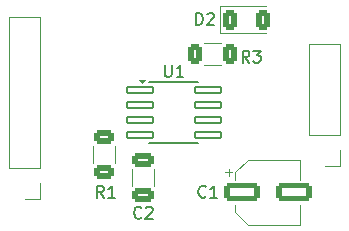
<source format=gto>
G04 #@! TF.GenerationSoftware,KiCad,Pcbnew,8.0.5*
G04 #@! TF.CreationDate,2024-10-21T19:45:19-04:00*
G04 #@! TF.ProjectId,DRV8871_PCB,44525638-3837-4315-9f50-43422e6b6963,rev?*
G04 #@! TF.SameCoordinates,Original*
G04 #@! TF.FileFunction,Legend,Top*
G04 #@! TF.FilePolarity,Positive*
%FSLAX46Y46*%
G04 Gerber Fmt 4.6, Leading zero omitted, Abs format (unit mm)*
G04 Created by KiCad (PCBNEW 8.0.5) date 2024-10-21 19:45:19*
%MOMM*%
%LPD*%
G01*
G04 APERTURE LIST*
G04 Aperture macros list*
%AMRoundRect*
0 Rectangle with rounded corners*
0 $1 Rounding radius*
0 $2 $3 $4 $5 $6 $7 $8 $9 X,Y pos of 4 corners*
0 Add a 4 corners polygon primitive as box body*
4,1,4,$2,$3,$4,$5,$6,$7,$8,$9,$2,$3,0*
0 Add four circle primitives for the rounded corners*
1,1,$1+$1,$2,$3*
1,1,$1+$1,$4,$5*
1,1,$1+$1,$6,$7*
1,1,$1+$1,$8,$9*
0 Add four rect primitives between the rounded corners*
20,1,$1+$1,$2,$3,$4,$5,0*
20,1,$1+$1,$4,$5,$6,$7,0*
20,1,$1+$1,$6,$7,$8,$9,0*
20,1,$1+$1,$8,$9,$2,$3,0*%
G04 Aperture macros list end*
%ADD10C,0.150000*%
%ADD11C,0.120000*%
%ADD12RoundRect,0.250000X0.650000X-0.325000X0.650000X0.325000X-0.650000X0.325000X-0.650000X-0.325000X0*%
%ADD13R,1.700000X1.700000*%
%ADD14O,1.700000X1.700000*%
%ADD15R,2.400000X3.100000*%
%ADD16RoundRect,0.070000X-1.100000X-0.250000X1.100000X-0.250000X1.100000X0.250000X-1.100000X0.250000X0*%
%ADD17C,0.770000*%
%ADD18RoundRect,0.250000X-0.375000X-0.625000X0.375000X-0.625000X0.375000X0.625000X-0.375000X0.625000X0*%
%ADD19RoundRect,0.250000X-1.250000X-0.550000X1.250000X-0.550000X1.250000X0.550000X-1.250000X0.550000X0*%
%ADD20RoundRect,0.250000X0.312500X0.625000X-0.312500X0.625000X-0.312500X-0.625000X0.312500X-0.625000X0*%
%ADD21RoundRect,0.250000X-0.625000X0.312500X-0.625000X-0.312500X0.625000X-0.312500X0.625000X0.312500X0*%
G04 APERTURE END LIST*
D10*
X11898333Y-19155580D02*
X11850714Y-19203200D01*
X11850714Y-19203200D02*
X11707857Y-19250819D01*
X11707857Y-19250819D02*
X11612619Y-19250819D01*
X11612619Y-19250819D02*
X11469762Y-19203200D01*
X11469762Y-19203200D02*
X11374524Y-19107961D01*
X11374524Y-19107961D02*
X11326905Y-19012723D01*
X11326905Y-19012723D02*
X11279286Y-18822247D01*
X11279286Y-18822247D02*
X11279286Y-18679390D01*
X11279286Y-18679390D02*
X11326905Y-18488914D01*
X11326905Y-18488914D02*
X11374524Y-18393676D01*
X11374524Y-18393676D02*
X11469762Y-18298438D01*
X11469762Y-18298438D02*
X11612619Y-18250819D01*
X11612619Y-18250819D02*
X11707857Y-18250819D01*
X11707857Y-18250819D02*
X11850714Y-18298438D01*
X11850714Y-18298438D02*
X11898333Y-18346057D01*
X12279286Y-18346057D02*
X12326905Y-18298438D01*
X12326905Y-18298438D02*
X12422143Y-18250819D01*
X12422143Y-18250819D02*
X12660238Y-18250819D01*
X12660238Y-18250819D02*
X12755476Y-18298438D01*
X12755476Y-18298438D02*
X12803095Y-18346057D01*
X12803095Y-18346057D02*
X12850714Y-18441295D01*
X12850714Y-18441295D02*
X12850714Y-18536533D01*
X12850714Y-18536533D02*
X12803095Y-18679390D01*
X12803095Y-18679390D02*
X12231667Y-19250819D01*
X12231667Y-19250819D02*
X12850714Y-19250819D01*
X13889095Y-6241819D02*
X13889095Y-7051342D01*
X13889095Y-7051342D02*
X13936714Y-7146580D01*
X13936714Y-7146580D02*
X13984333Y-7194200D01*
X13984333Y-7194200D02*
X14079571Y-7241819D01*
X14079571Y-7241819D02*
X14270047Y-7241819D01*
X14270047Y-7241819D02*
X14365285Y-7194200D01*
X14365285Y-7194200D02*
X14412904Y-7146580D01*
X14412904Y-7146580D02*
X14460523Y-7051342D01*
X14460523Y-7051342D02*
X14460523Y-6241819D01*
X15460523Y-7241819D02*
X14889095Y-7241819D01*
X15174809Y-7241819D02*
X15174809Y-6241819D01*
X15174809Y-6241819D02*
X15079571Y-6384676D01*
X15079571Y-6384676D02*
X14984333Y-6479914D01*
X14984333Y-6479914D02*
X14889095Y-6527533D01*
X16533905Y-2867819D02*
X16533905Y-1867819D01*
X16533905Y-1867819D02*
X16772000Y-1867819D01*
X16772000Y-1867819D02*
X16914857Y-1915438D01*
X16914857Y-1915438D02*
X17010095Y-2010676D01*
X17010095Y-2010676D02*
X17057714Y-2105914D01*
X17057714Y-2105914D02*
X17105333Y-2296390D01*
X17105333Y-2296390D02*
X17105333Y-2439247D01*
X17105333Y-2439247D02*
X17057714Y-2629723D01*
X17057714Y-2629723D02*
X17010095Y-2724961D01*
X17010095Y-2724961D02*
X16914857Y-2820200D01*
X16914857Y-2820200D02*
X16772000Y-2867819D01*
X16772000Y-2867819D02*
X16533905Y-2867819D01*
X17486286Y-1963057D02*
X17533905Y-1915438D01*
X17533905Y-1915438D02*
X17629143Y-1867819D01*
X17629143Y-1867819D02*
X17867238Y-1867819D01*
X17867238Y-1867819D02*
X17962476Y-1915438D01*
X17962476Y-1915438D02*
X18010095Y-1963057D01*
X18010095Y-1963057D02*
X18057714Y-2058295D01*
X18057714Y-2058295D02*
X18057714Y-2153533D01*
X18057714Y-2153533D02*
X18010095Y-2296390D01*
X18010095Y-2296390D02*
X17438667Y-2867819D01*
X17438667Y-2867819D02*
X18057714Y-2867819D01*
X17359333Y-17377580D02*
X17311714Y-17425200D01*
X17311714Y-17425200D02*
X17168857Y-17472819D01*
X17168857Y-17472819D02*
X17073619Y-17472819D01*
X17073619Y-17472819D02*
X16930762Y-17425200D01*
X16930762Y-17425200D02*
X16835524Y-17329961D01*
X16835524Y-17329961D02*
X16787905Y-17234723D01*
X16787905Y-17234723D02*
X16740286Y-17044247D01*
X16740286Y-17044247D02*
X16740286Y-16901390D01*
X16740286Y-16901390D02*
X16787905Y-16710914D01*
X16787905Y-16710914D02*
X16835524Y-16615676D01*
X16835524Y-16615676D02*
X16930762Y-16520438D01*
X16930762Y-16520438D02*
X17073619Y-16472819D01*
X17073619Y-16472819D02*
X17168857Y-16472819D01*
X17168857Y-16472819D02*
X17311714Y-16520438D01*
X17311714Y-16520438D02*
X17359333Y-16568057D01*
X18311714Y-17472819D02*
X17740286Y-17472819D01*
X18026000Y-17472819D02*
X18026000Y-16472819D01*
X18026000Y-16472819D02*
X17930762Y-16615676D01*
X17930762Y-16615676D02*
X17835524Y-16710914D01*
X17835524Y-16710914D02*
X17740286Y-16758533D01*
X21042333Y-6042819D02*
X20709000Y-5566628D01*
X20470905Y-6042819D02*
X20470905Y-5042819D01*
X20470905Y-5042819D02*
X20851857Y-5042819D01*
X20851857Y-5042819D02*
X20947095Y-5090438D01*
X20947095Y-5090438D02*
X20994714Y-5138057D01*
X20994714Y-5138057D02*
X21042333Y-5233295D01*
X21042333Y-5233295D02*
X21042333Y-5376152D01*
X21042333Y-5376152D02*
X20994714Y-5471390D01*
X20994714Y-5471390D02*
X20947095Y-5519009D01*
X20947095Y-5519009D02*
X20851857Y-5566628D01*
X20851857Y-5566628D02*
X20470905Y-5566628D01*
X21375667Y-5042819D02*
X21994714Y-5042819D01*
X21994714Y-5042819D02*
X21661381Y-5423771D01*
X21661381Y-5423771D02*
X21804238Y-5423771D01*
X21804238Y-5423771D02*
X21899476Y-5471390D01*
X21899476Y-5471390D02*
X21947095Y-5519009D01*
X21947095Y-5519009D02*
X21994714Y-5614247D01*
X21994714Y-5614247D02*
X21994714Y-5852342D01*
X21994714Y-5852342D02*
X21947095Y-5947580D01*
X21947095Y-5947580D02*
X21899476Y-5995200D01*
X21899476Y-5995200D02*
X21804238Y-6042819D01*
X21804238Y-6042819D02*
X21518524Y-6042819D01*
X21518524Y-6042819D02*
X21423286Y-5995200D01*
X21423286Y-5995200D02*
X21375667Y-5947580D01*
X8723333Y-17472819D02*
X8390000Y-16996628D01*
X8151905Y-17472819D02*
X8151905Y-16472819D01*
X8151905Y-16472819D02*
X8532857Y-16472819D01*
X8532857Y-16472819D02*
X8628095Y-16520438D01*
X8628095Y-16520438D02*
X8675714Y-16568057D01*
X8675714Y-16568057D02*
X8723333Y-16663295D01*
X8723333Y-16663295D02*
X8723333Y-16806152D01*
X8723333Y-16806152D02*
X8675714Y-16901390D01*
X8675714Y-16901390D02*
X8628095Y-16949009D01*
X8628095Y-16949009D02*
X8532857Y-16996628D01*
X8532857Y-16996628D02*
X8151905Y-16996628D01*
X9675714Y-17472819D02*
X9104286Y-17472819D01*
X9390000Y-17472819D02*
X9390000Y-16472819D01*
X9390000Y-16472819D02*
X9294762Y-16615676D01*
X9294762Y-16615676D02*
X9199524Y-16710914D01*
X9199524Y-16710914D02*
X9104286Y-16758533D01*
D11*
X11155000Y-16459252D02*
X11155000Y-15036748D01*
X12975000Y-16459252D02*
X12975000Y-15036748D01*
X26102000Y-12182000D02*
X26102000Y-4502000D01*
X28762000Y-4502000D02*
X26102000Y-4502000D01*
X28762000Y-12182000D02*
X26102000Y-12182000D01*
X28762000Y-12182000D02*
X28762000Y-4502000D01*
X28762000Y-13452000D02*
X28762000Y-14782000D01*
X28762000Y-14782000D02*
X27432000Y-14782000D01*
D10*
X12576000Y-7712000D02*
X16726000Y-7712000D01*
X12576000Y-12862000D02*
X16726000Y-12862000D01*
D11*
X11976000Y-7812000D02*
X11736000Y-7482000D01*
X12216000Y-7482000D01*
X11976000Y-7812000D01*
G36*
X11976000Y-7812000D02*
G01*
X11736000Y-7482000D01*
X12216000Y-7482000D01*
X11976000Y-7812000D01*
G37*
X702000Y-14986000D02*
X702000Y-2226000D01*
X3362000Y-2226000D02*
X702000Y-2226000D01*
X3362000Y-14986000D02*
X702000Y-14986000D01*
X3362000Y-14986000D02*
X3362000Y-2226000D01*
X3362000Y-16256000D02*
X3362000Y-17586000D01*
X3362000Y-17586000D02*
X2032000Y-17586000D01*
X18540000Y-1278000D02*
X18540000Y-3548000D01*
X18540000Y-3548000D02*
X22425000Y-3548000D01*
X22425000Y-1278000D02*
X18540000Y-1278000D01*
X18981000Y-15333000D02*
X19606000Y-15333000D01*
X19293500Y-15020500D02*
X19293500Y-15645500D01*
X19846000Y-15322437D02*
X19846000Y-15958000D01*
X19846000Y-15322437D02*
X20910437Y-14258000D01*
X19846000Y-18713563D02*
X19846000Y-18078000D01*
X19846000Y-18713563D02*
X20910437Y-19778000D01*
X20910437Y-14258000D02*
X25366000Y-14258000D01*
X20910437Y-19778000D02*
X25366000Y-19778000D01*
X25366000Y-14258000D02*
X25366000Y-15958000D01*
X25366000Y-19778000D02*
X25366000Y-18078000D01*
X18634064Y-4424000D02*
X17179936Y-4424000D01*
X18634064Y-6244000D02*
X17179936Y-6244000D01*
X7853000Y-13115936D02*
X7853000Y-14570064D01*
X9673000Y-13115936D02*
X9673000Y-14570064D01*
%LPC*%
D12*
X12065000Y-17223000D03*
X12065000Y-14273000D03*
D13*
X27432000Y-13452000D03*
D14*
X27432000Y-10912000D03*
X27432000Y-8372000D03*
X27432000Y-5832000D03*
D15*
X14651000Y-10287000D03*
D16*
X11776000Y-8382000D03*
X11776000Y-9652000D03*
X11776000Y-10922000D03*
X11776000Y-12192000D03*
X17526000Y-12192000D03*
X17526000Y-10922000D03*
X17526000Y-9652000D03*
X17526000Y-8382000D03*
D17*
X14001000Y-8987000D03*
X14001000Y-10287000D03*
X14001000Y-11587000D03*
X15301000Y-8987000D03*
X15301000Y-10287000D03*
X15301000Y-11587000D03*
D13*
X2032000Y-16256000D03*
D14*
X2032000Y-13716000D03*
X2032000Y-11176000D03*
X2032000Y-8636000D03*
X2032000Y-6096000D03*
X2032000Y-3556000D03*
D18*
X19425000Y-2413000D03*
X22225000Y-2413000D03*
D19*
X20406000Y-17018000D03*
X24806000Y-17018000D03*
D20*
X19369500Y-5334000D03*
X16444500Y-5334000D03*
D21*
X8763000Y-12380500D03*
X8763000Y-15305500D03*
%LPD*%
M02*

</source>
